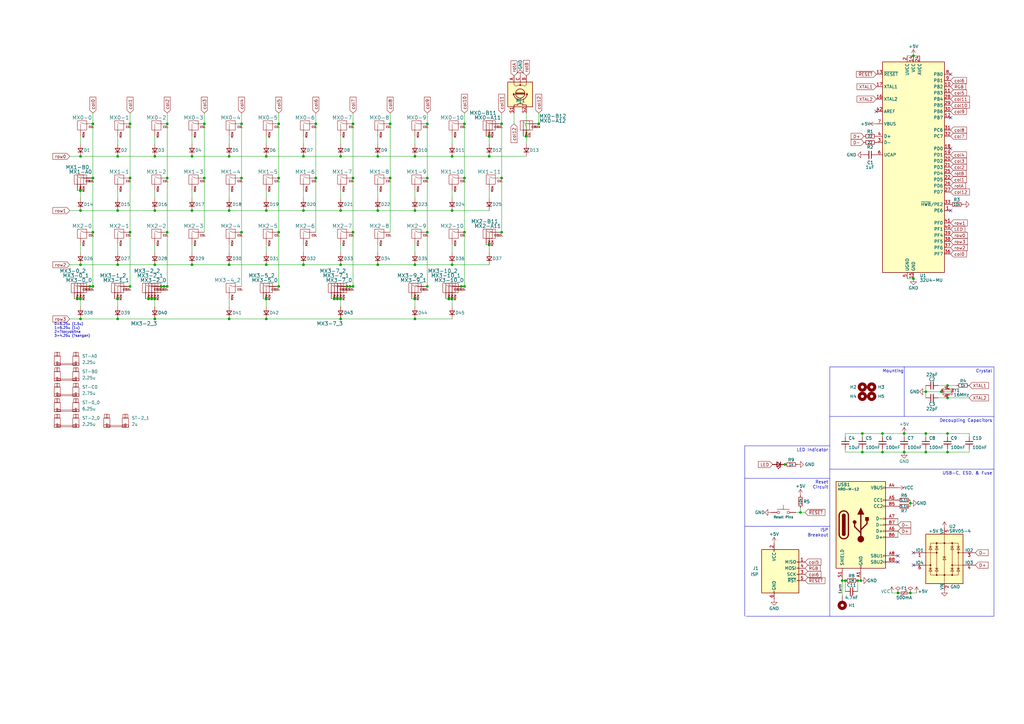
<source format=kicad_sch>
(kicad_sch (version 20211123) (generator eeschema)
  (paper "A3")
  (junction (at 33.02 64.135))
  (junction (at 345.44 238.125))
  (junction (at 144.78 117.475))
  (junction (at 93.98 64.135))
  (junction (at 38.1 117.475))
  (junction (at 63.5 86.36))
  (junction (at 109.22 86.36))
  (junction (at 53.34 95.25))
  (junction (at 99.06 50.8))
  (junction (at 138.43 122.555))
  (junction (at 63.5 122.555))
  (junction (at 379.73 160.655))
  (junction (at 160.02 73.025))
  (junction (at 200.66 55.88))
  (junction (at 93.98 130.81))
  (junction (at 48.26 64.135))
  (junction (at 53.34 117.475))
  (junction (at 144.78 50.8))
  (junction (at 175.26 95.25))
  (junction (at 48.26 86.36))
  (junction (at 83.82 73.025))
  (junction (at 48.26 130.81))
  (junction (at 154.94 108.585))
  (junction (at 63.5 64.135))
  (junction (at 185.42 64.135))
  (junction (at 48.26 108.585))
  (junction (at 190.5 117.475))
  (junction (at 170.18 86.36))
  (junction (at 78.74 64.135))
  (junction (at 220.98 50.8))
  (junction (at 139.7 130.81))
  (junction (at 374.65 22.86))
  (junction (at 38.1 95.25))
  (junction (at 374.65 114.3))
  (junction (at 114.3 95.25))
  (junction (at 60.96 122.555))
  (junction (at 114.3 117.475))
  (junction (at 124.46 64.135))
  (junction (at 48.26 122.555))
  (junction (at 38.1 50.8))
  (junction (at 170.18 64.135))
  (junction (at 78.74 108.585))
  (junction (at 353.695 185.42))
  (junction (at 185.42 86.36))
  (junction (at 190.5 50.8))
  (junction (at 190.5 95.25))
  (junction (at 142.24 117.475))
  (junction (at 185.42 108.585))
  (junction (at 373.38 243.205))
  (junction (at 124.46 86.36))
  (junction (at 144.78 73.025))
  (junction (at 137.16 122.555))
  (junction (at 109.22 64.135))
  (junction (at 388.62 158.115))
  (junction (at 170.18 108.585))
  (junction (at 66.04 117.475))
  (junction (at 67.31 117.475))
  (junction (at 93.98 86.36))
  (junction (at 62.23 122.555))
  (junction (at 33.02 122.555))
  (junction (at 184.15 122.555))
  (junction (at 63.5 130.81))
  (junction (at 53.34 73.025))
  (junction (at 205.74 95.25))
  (junction (at 361.95 185.42))
  (junction (at 175.26 73.025))
  (junction (at 321.945 190.5))
  (junction (at 124.46 108.585))
  (junction (at 388.62 177.8))
  (junction (at 99.06 95.25))
  (junction (at 368.3 243.205))
  (junction (at 99.06 73.025))
  (junction (at 185.42 122.555))
  (junction (at 388.62 185.42))
  (junction (at 68.58 95.25))
  (junction (at 388.62 163.195))
  (junction (at 38.1 73.025))
  (junction (at 129.54 50.8))
  (junction (at 109.22 130.81))
  (junction (at 215.9 55.88))
  (junction (at 328.295 210.185))
  (junction (at 83.82 50.8))
  (junction (at 373.38 206.375))
  (junction (at 78.74 86.36))
  (junction (at 109.22 108.585))
  (junction (at 36.83 117.475))
  (junction (at 139.7 86.36))
  (junction (at 189.23 117.475))
  (junction (at 53.34 50.8))
  (junction (at 154.94 64.135))
  (junction (at 31.75 122.555))
  (junction (at 139.7 108.585))
  (junction (at 68.58 50.8))
  (junction (at 353.06 238.125))
  (junction (at 170.18 130.81))
  (junction (at 33.02 78.105))
  (junction (at 144.78 95.25))
  (junction (at 351.79 238.125))
  (junction (at 175.26 50.8))
  (junction (at 139.7 122.555))
  (junction (at 93.98 108.585))
  (junction (at 33.02 130.81))
  (junction (at 114.3 50.8))
  (junction (at 370.84 177.8))
  (junction (at 200.66 64.135))
  (junction (at 160.02 50.8))
  (junction (at 114.3 73.025))
  (junction (at 379.73 185.42))
  (junction (at 346.71 238.125))
  (junction (at 205.74 73.025))
  (junction (at 154.94 86.36))
  (junction (at 190.5 73.025))
  (junction (at 68.58 117.475))
  (junction (at 361.95 177.8))
  (junction (at 175.26 117.475))
  (junction (at 200.66 100.33))
  (junction (at 139.7 64.135))
  (junction (at 205.74 50.8))
  (junction (at 379.73 177.8))
  (junction (at 353.695 177.8))
  (junction (at 370.84 185.42))
  (junction (at 68.58 73.025))
  (junction (at 33.02 86.36))
  (junction (at 63.5 108.585))
  (junction (at 129.54 73.025))
  (junction (at 386.08 160.655))
  (junction (at 109.22 122.555))
  (junction (at 143.51 117.475))
  (junction (at 170.18 122.555))
  (junction (at 33.02 108.585))
  (no_connect (at 368.3 227.965))
  (no_connect (at 374.65 226.695))
  (no_connect (at 359.41 45.72))
  (no_connect (at 374.65 231.775))
  (no_connect (at 389.89 30.48))
  (no_connect (at 389.89 48.26))
  (no_connect (at 389.89 86.36))
  (no_connect (at 389.89 60.96))
  (no_connect (at 368.3 230.505))
  (wire (pts (xy 48.26 78.105) (xy 48.26 81.28)))
  (wire (pts (xy 372.11 22.86) (xy 374.65 22.86)))
  (wire (pts (xy 124.46 100.33) (xy 124.46 103.505)))
  (wire (pts (xy 170.18 78.105) (xy 170.18 81.28)))
  (wire (pts (xy 175.26 95.25) (xy 175.26 117.475)))
  (wire (pts (xy 379.73 177.8) (xy 388.62 177.8)))
  (wire (pts (xy 66.04 117.475) (xy 67.31 117.475)))
  (wire (pts (xy 170.18 130.81) (xy 185.42 130.81)))
  (wire (pts (xy 48.26 122.555) (xy 48.26 125.73)))
  (wire (pts (xy 185.42 55.88) (xy 185.42 59.055)))
  (wire (pts (xy 170.18 108.585) (xy 185.42 108.585)))
  (wire (pts (xy 170.18 86.36) (xy 185.42 86.36)))
  (wire (pts (xy 373.38 206.375) (xy 373.38 207.645)))
  (wire (pts (xy 129.54 50.8) (xy 129.54 73.025)))
  (wire (pts (xy 388.62 158.115) (xy 392.43 158.115)))
  (wire (pts (xy 33.02 100.33) (xy 33.02 103.505)))
  (wire (pts (xy 139.7 55.88) (xy 139.7 59.055)))
  (wire (pts (xy 109.22 64.135) (xy 124.46 64.135)))
  (wire (pts (xy 59.69 122.555) (xy 60.96 122.555)))
  (wire (pts (xy 370.84 184.15) (xy 370.84 185.42)))
  (wire (pts (xy 370.84 177.8) (xy 379.73 177.8)))
  (wire (pts (xy 160.02 46.355) (xy 160.02 50.8)))
  (wire (pts (xy 93.98 55.88) (xy 93.98 59.055)))
  (wire (pts (xy 93.98 86.36) (xy 109.22 86.36)))
  (wire (pts (xy 53.34 73.025) (xy 53.34 95.25)))
  (wire (pts (xy 129.54 73.025) (xy 129.54 95.25)))
  (wire (pts (xy 83.82 50.8) (xy 83.82 73.025)))
  (wire (pts (xy 68.58 46.355) (xy 68.58 50.8)))
  (wire (pts (xy 379.73 158.115) (xy 379.73 160.655)))
  (wire (pts (xy 139.7 86.36) (xy 154.94 86.36)))
  (wire (pts (xy 33.02 130.81) (xy 48.26 130.81)))
  (polyline (pts (xy 305.435 196.215) (xy 305.435 182.88)) (stroke (width 0) (type solid)))
  (wire (pts (xy 31.75 78.105) (xy 33.02 78.105)))
  (wire (pts (xy 129.54 46.355) (xy 129.54 50.8)))
  (wire (pts (xy 64.77 117.475) (xy 66.04 117.475)))
  (wire (pts (xy 154.94 78.105) (xy 154.94 81.28)))
  (wire (pts (xy 38.1 50.8) (xy 38.1 73.025)))
  (polyline (pts (xy 407.67 252.73) (xy 340.36 252.73)) (stroke (width 0) (type solid)))
  (wire (pts (xy 28.575 64.135) (xy 33.02 64.135)))
  (wire (pts (xy 388.62 163.195) (xy 397.51 163.195)))
  (wire (pts (xy 124.46 86.36) (xy 139.7 86.36)))
  (wire (pts (xy 139.7 122.555) (xy 139.7 125.73)))
  (wire (pts (xy 33.02 78.105) (xy 33.02 81.28)))
  (wire (pts (xy 114.3 46.355) (xy 114.3 50.8)))
  (wire (pts (xy 204.47 95.25) (xy 205.74 95.25)))
  (wire (pts (xy 175.26 50.8) (xy 175.26 73.025)))
  (polyline (pts (xy 305.435 215.9) (xy 305.435 196.215)) (stroke (width 0) (type solid)))
  (wire (pts (xy 154.94 64.135) (xy 170.18 64.135)))
  (wire (pts (xy 175.26 73.025) (xy 175.26 95.25)))
  (wire (pts (xy 143.51 117.475) (xy 144.78 117.475)))
  (wire (pts (xy 361.95 177.8) (xy 370.84 177.8)))
  (wire (pts (xy 63.5 64.135) (xy 78.74 64.135)))
  (wire (pts (xy 38.1 46.355) (xy 38.1 50.8)))
  (wire (pts (xy 142.24 117.475) (xy 143.51 117.475)))
  (wire (pts (xy 38.1 73.025) (xy 38.1 95.25)))
  (wire (pts (xy 190.5 95.25) (xy 190.5 117.475)))
  (wire (pts (xy 109.22 78.105) (xy 109.22 81.28)))
  (polyline (pts (xy 305.435 252.73) (xy 305.435 215.9)) (stroke (width 0) (type solid)))
  (wire (pts (xy 78.74 64.135) (xy 93.98 64.135)))
  (wire (pts (xy 353.695 184.15) (xy 353.695 185.42)))
  (wire (pts (xy 210.82 46.355) (xy 210.82 50.8)))
  (wire (pts (xy 33.02 108.585) (xy 48.26 108.585)))
  (wire (pts (xy 93.98 64.135) (xy 109.22 64.135)))
  (wire (pts (xy 328.295 208.28) (xy 328.295 210.185)))
  (wire (pts (xy 379.73 177.8) (xy 379.73 179.07)))
  (wire (pts (xy 170.18 64.135) (xy 185.42 64.135)))
  (wire (pts (xy 93.98 78.105) (xy 93.98 81.28)))
  (wire (pts (xy 109.22 122.555) (xy 109.22 125.73)))
  (wire (pts (xy 185.42 122.555) (xy 185.42 125.73)))
  (wire (pts (xy 38.1 95.25) (xy 38.1 117.475)))
  (wire (pts (xy 114.3 50.8) (xy 114.3 73.025)))
  (wire (pts (xy 63.5 130.81) (xy 93.98 130.81)))
  (wire (pts (xy 386.08 160.655) (xy 391.16 160.655)))
  (polyline (pts (xy 370.84 150.495) (xy 370.84 170.815)) (stroke (width 0) (type solid)))
  (polyline (pts (xy 340.36 150.495) (xy 340.36 170.815)) (stroke (width 0) (type solid)))
  (wire (pts (xy 384.81 163.195) (xy 388.62 163.195)))
  (wire (pts (xy 114.3 73.025) (xy 114.3 95.25)))
  (wire (pts (xy 93.98 100.33) (xy 93.98 103.505)))
  (polyline (pts (xy 340.36 170.815) (xy 407.67 170.815)) (stroke (width 0) (type solid)))
  (wire (pts (xy 220.98 46.355) (xy 220.98 50.8)))
  (wire (pts (xy 361.95 177.8) (xy 361.95 179.07)))
  (wire (pts (xy 35.56 117.475) (xy 36.83 117.475)))
  (wire (pts (xy 199.39 55.88) (xy 200.66 55.88)))
  (wire (pts (xy 328.295 210.185) (xy 330.2 210.185)))
  (wire (pts (xy 144.78 46.355) (xy 144.78 50.8)))
  (wire (pts (xy 48.26 64.135) (xy 63.5 64.135)))
  (polyline (pts (xy 370.84 150.495) (xy 340.36 150.495)) (stroke (width 0) (type solid)))
  (wire (pts (xy 109.22 130.81) (xy 139.7 130.81)))
  (wire (pts (xy 46.99 122.555) (xy 48.26 122.555)))
  (wire (pts (xy 109.22 108.585) (xy 124.46 108.585)))
  (wire (pts (xy 67.31 117.475) (xy 68.58 117.475)))
  (wire (pts (xy 144.78 95.25) (xy 144.78 117.475)))
  (wire (pts (xy 185.42 78.105) (xy 185.42 81.28)))
  (polyline (pts (xy 340.36 170.815) (xy 340.36 192.405)) (stroke (width 0) (type solid)))
  (wire (pts (xy 365.76 243.205) (xy 368.3 243.205)))
  (wire (pts (xy 139.7 100.33) (xy 139.7 103.505)))
  (polyline (pts (xy 305.435 182.88) (xy 340.36 182.88)) (stroke (width 0) (type solid)))
  (wire (pts (xy 160.02 50.8) (xy 160.02 73.025)))
  (wire (pts (xy 353.695 185.42) (xy 361.95 185.42)))
  (wire (pts (xy 199.39 100.33) (xy 200.66 100.33)))
  (wire (pts (xy 351.79 238.125) (xy 353.06 238.125)))
  (wire (pts (xy 200.66 55.88) (xy 200.66 59.055)))
  (wire (pts (xy 36.83 73.025) (xy 38.1 73.025)))
  (wire (pts (xy 379.73 160.655) (xy 386.08 160.655)))
  (wire (pts (xy 140.97 117.475) (xy 142.24 117.475)))
  (wire (pts (xy 124.46 55.88) (xy 124.46 59.055)))
  (wire (pts (xy 190.5 73.025) (xy 190.5 95.25)))
  (wire (pts (xy 28.575 130.81) (xy 33.02 130.81)))
  (wire (pts (xy 93.98 130.81) (xy 109.22 130.81)))
  (wire (pts (xy 388.62 185.42) (xy 397.51 185.42)))
  (wire (pts (xy 388.62 184.15) (xy 388.62 185.42)))
  (wire (pts (xy 205.74 46.355) (xy 205.74 50.8)))
  (wire (pts (xy 205.74 73.025) (xy 205.74 95.25)))
  (wire (pts (xy 200.66 64.135) (xy 215.9 64.135)))
  (wire (pts (xy 139.7 64.135) (xy 154.94 64.135)))
  (wire (pts (xy 397.51 184.15) (xy 397.51 185.42)))
  (wire (pts (xy 78.74 78.105) (xy 78.74 81.28)))
  (wire (pts (xy 326.39 210.185) (xy 328.295 210.185)))
  (wire (pts (xy 388.62 177.8) (xy 388.62 179.07)))
  (wire (pts (xy 124.46 64.135) (xy 139.7 64.135)))
  (wire (pts (xy 139.7 130.81) (xy 170.18 130.81)))
  (wire (pts (xy 109.22 86.36) (xy 124.46 86.36)))
  (polyline (pts (xy 340.36 192.405) (xy 407.67 192.405)) (stroke (width 0) (type solid)))
  (wire (pts (xy 109.22 55.88) (xy 109.22 59.055)))
  (wire (pts (xy 93.98 108.585) (xy 109.22 108.585)))
  (wire (pts (xy 346.71 238.125) (xy 346.71 242.57)))
  (wire (pts (xy 200.66 100.33) (xy 200.66 103.505)))
  (wire (pts (xy 36.83 117.475) (xy 38.1 117.475)))
  (polyline (pts (xy 407.67 192.405) (xy 407.67 170.815)) (stroke (width 0) (type solid)))
  (wire (pts (xy 63.5 122.555) (xy 63.5 125.73)))
  (wire (pts (xy 368.3 212.725) (xy 368.3 215.265)))
  (wire (pts (xy 397.51 177.8) (xy 397.51 179.07)))
  (wire (pts (xy 63.5 55.88) (xy 63.5 59.055)))
  (wire (pts (xy 62.23 122.555) (xy 63.5 122.555)))
  (wire (pts (xy 124.46 108.585) (xy 139.7 108.585)))
  (polyline (pts (xy 305.435 215.9) (xy 340.36 215.9)) (stroke (width 0) (type solid)))
  (wire (pts (xy 78.74 55.88) (xy 78.74 59.055)))
  (wire (pts (xy 33.02 64.135) (xy 48.26 64.135)))
  (wire (pts (xy 351.79 238.125) (xy 351.79 242.57)))
  (wire (pts (xy 83.82 46.355) (xy 83.82 50.8)))
  (wire (pts (xy 190.5 50.8) (xy 190.5 73.025)))
  (wire (pts (xy 53.34 46.355) (xy 53.34 50.8)))
  (wire (pts (xy 346.71 184.15) (xy 346.71 185.42)))
  (wire (pts (xy 28.575 108.585) (xy 33.02 108.585)))
  (wire (pts (xy 53.34 50.8) (xy 53.34 73.025)))
  (wire (pts (xy 200.66 78.105) (xy 200.66 81.28)))
  (wire (pts (xy 63.5 78.105) (xy 63.5 81.28)))
  (wire (pts (xy 388.62 177.8) (xy 397.51 177.8)))
  (wire (pts (xy 93.98 122.555) (xy 93.98 125.73)))
  (polyline (pts (xy 340.36 192.405) (xy 340.36 252.73)) (stroke (width 0) (type solid)))
  (wire (pts (xy 345.44 238.125) (xy 346.71 238.125)))
  (wire (pts (xy 185.42 100.33) (xy 185.42 103.505)))
  (wire (pts (xy 137.16 122.555) (xy 138.43 122.555)))
  (wire (pts (xy 109.22 100.33) (xy 109.22 103.505)))
  (wire (pts (xy 78.74 86.36) (xy 93.98 86.36)))
  (wire (pts (xy 170.18 100.33) (xy 170.18 103.505)))
  (wire (pts (xy 63.5 108.585) (xy 78.74 108.585)))
  (wire (pts (xy 113.03 117.475) (xy 114.3 117.475)))
  (wire (pts (xy 99.06 50.8) (xy 99.06 73.025)))
  (wire (pts (xy 379.73 185.42) (xy 388.62 185.42)))
  (wire (pts (xy 373.38 243.205) (xy 375.92 243.205)))
  (wire (pts (xy 52.07 117.475) (xy 53.34 117.475)))
  (wire (pts (xy 53.34 95.25) (xy 53.34 117.475)))
  (wire (pts (xy 154.94 100.33) (xy 154.94 103.505)))
  (wire (pts (xy 185.42 108.585) (xy 200.66 108.585)))
  (wire (pts (xy 190.5 46.355) (xy 190.5 50.8)))
  (wire (pts (xy 215.9 55.88) (xy 215.9 59.055)))
  (wire (pts (xy 205.74 50.8) (xy 205.74 73.025)))
  (wire (pts (xy 68.58 95.25) (xy 68.58 117.475)))
  (wire (pts (xy 48.26 130.81) (xy 63.5 130.81)))
  (wire (pts (xy 28.575 86.36) (xy 33.02 86.36)))
  (wire (pts (xy 368.3 217.805) (xy 368.3 220.345)))
  (polyline (pts (xy 305.435 196.215) (xy 340.36 196.215)) (stroke (width 0) (type solid)))
  (wire (pts (xy 78.74 100.33) (xy 78.74 103.505)))
  (wire (pts (xy 175.26 46.355) (xy 175.26 50.8)))
  (wire (pts (xy 189.23 117.475) (xy 190.5 117.475)))
  (wire (pts (xy 384.81 158.115) (xy 388.62 158.115)))
  (wire (pts (xy 168.91 122.555) (xy 170.18 122.555)))
  (polyline (pts (xy 407.67 150.495) (xy 370.84 150.495)) (stroke (width 0) (type solid)))
  (wire (pts (xy 219.71 50.8) (xy 220.98 50.8)))
  (polyline (pts (xy 407.67 192.405) (xy 407.67 252.73)) (stroke (width 0) (type solid)))
  (wire (pts (xy 107.95 122.555) (xy 109.22 122.555)))
  (wire (pts (xy 99.06 95.25) (xy 99.06 117.475)))
  (wire (pts (xy 139.7 78.105) (xy 139.7 81.28)))
  (wire (pts (xy 33.02 55.88) (xy 33.02 59.055)))
  (wire (pts (xy 214.63 55.88) (xy 215.9 55.88)))
  (wire (pts (xy 138.43 122.555) (xy 139.7 122.555)))
  (wire (pts (xy 135.89 122.555) (xy 137.16 122.555)))
  (wire (pts (xy 353.695 177.8) (xy 361.95 177.8)))
  (wire (pts (xy 99.06 46.355) (xy 99.06 50.8)))
  (wire (pts (xy 215.9 46.355) (xy 215.9 55.88)))
  (wire (pts (xy 345.44 244.475) (xy 345.44 238.125)))
  (polyline (pts (xy 407.67 170.815) (xy 407.67 150.495)) (stroke (width 0) (type solid)))
  (wire (pts (xy 114.3 95.25) (xy 114.3 117.475)))
  (wire (pts (xy 160.02 73.025) (xy 160.02 95.25)))
  (wire (pts (xy 60.96 122.555) (xy 62.23 122.555)))
  (wire (pts (xy 173.99 117.475) (xy 175.26 117.475)))
  (wire (pts (xy 144.78 50.8) (xy 144.78 73.025)))
  (wire (pts (xy 185.42 86.36) (xy 200.66 86.36)))
  (wire (pts (xy 68.58 50.8) (xy 68.58 73.025)))
  (wire (pts (xy 204.47 50.8) (xy 205.74 50.8)))
  (wire (pts (xy 30.48 122.555) (xy 31.75 122.555)))
  (wire (pts (xy 144.78 73.025) (xy 144.78 95.25)))
  (wire (pts (xy 83.82 73.025) (xy 83.82 95.25)))
  (wire (pts (xy 346.71 177.8) (xy 346.71 179.07)))
  (wire (pts (xy 372.11 114.3) (xy 374.65 114.3)))
  (wire (pts (xy 379.73 184.15) (xy 379.73 185.42)))
  (wire (pts (xy 370.84 185.42) (xy 379.73 185.42)))
  (wire (pts (xy 182.88 122.555) (xy 184.15 122.555)))
  (wire (pts (xy 361.95 184.15) (xy 361.95 185.42)))
  (wire (pts (xy 346.71 185.42) (xy 353.695 185.42)))
  (wire (pts (xy 374.65 22.86) (xy 377.19 22.86)))
  (wire (pts (xy 48.26 86.36) (xy 63.5 86.36)))
  (wire (pts (xy 379.73 160.655) (xy 379.73 163.195)))
  (wire (pts (xy 31.75 122.555) (xy 33.02 122.555)))
  (wire (pts (xy 353.695 177.8) (xy 353.695 179.07)))
  (wire (pts (xy 346.71 177.8) (xy 353.695 177.8)))
  (wire (pts (xy 48.26 100.33) (xy 48.26 103.505)))
  (polyline (pts (xy 340.36 252.73) (xy 306.07 252.73)) (stroke (width 0) (type solid)))
  (wire (pts (xy 33.02 122.555) (xy 33.02 125.73)))
  (wire (pts (xy 78.74 108.585) (xy 93.98 108.585)))
  (wire (pts (xy 124.46 78.105) (xy 124.46 81.28)))
  (wire (pts (xy 187.96 117.475) (xy 189.23 117.475)))
  (wire (pts (xy 184.15 122.555) (xy 185.42 122.555)))
  (wire (pts (xy 33.02 86.36) (xy 48.26 86.36)))
  (wire (pts (xy 154.94 86.36) (xy 170.18 86.36)))
  (wire (pts (xy 48.26 55.88) (xy 48.26 59.055)))
  (wire (pts (xy 139.7 108.585) (xy 154.94 108.585)))
  (wire (pts (xy 99.06 73.025) (xy 99.06 95.25)))
  (wire (pts (xy 68.58 73.025) (xy 68.58 95.25)))
  (wire (pts (xy 170.18 122.555) (xy 170.18 125.73)))
  (wire (pts (xy 48.26 108.585) (xy 63.5 108.585)))
  (wire (pts (xy 154.94 55.88) (xy 154.94 59.055)))
  (wire (pts (xy 63.5 86.36) (xy 78.74 86.36)))
  (wire (pts (xy 373.38 205.105) (xy 373.38 206.375)))
  (wire (pts (xy 370.84 177.8) (xy 370.84 179.07)))
  (wire (pts (xy 170.18 55.88) (xy 170.18 59.055)))
  (wire (pts (xy 63.5 100.33) (xy 63.5 103.505)))
  (wire (pts (xy 154.94 108.585) (xy 170.18 108.585)))
  (wire (pts (xy 185.42 64.135) (xy 200.66 64.135)))
  (wire (pts (xy 361.95 185.42) (xy 370.84 185.42)))
  (text "Mounting" (at 361.95 153.035 0) (effects (font (size 1.27 1.27)) (justify left bottom)))
  (text "0=6.25u (1.5u)\n1=6.25u (1u)\n2=Ttocyobitna\n3=4.25u (Tsangan)\n" (at 22.225 138.43 0) (effects (font (size 1 1)) (justify left bottom)))
  (text "Crystal" (at 407.035 153.035 180) (effects (font (size 1.27 1.27)) (justify right bottom)))
  (text "Decoupling Capacitors" (at 407.035 173.355 180) (effects (font (size 1.27 1.27)) (justify right bottom)))
  (text "LED Indicator" (at 339.725 185.42 180) (effects (font (size 1.27 1.27)) (justify right bottom)))
  (text "Reset\nCircuit" (at 339.725 200.66 180) (effects (font (size 1.27 1.27)) (justify right bottom)))
  (text "USB-C, ESD, & Fuse" (at 407.035 194.945 180) (effects (font (size 1.27 1.27)) (justify right bottom)))
  (text "ISP\nBreakout" (at 339.725 220.345 180) (effects (font (size 1.27 1.27)) (justify right bottom)))
  (label "Earth" (at 345.44 239.395 270) (effects (font (size 1 1))))
  (global_label "col8" (shape input) (at 389.89 53.34 0) (property "Intersheet References" "${INTERSHEET_REFS}" (effects hide)))
  (global_label "rotB" (shape input) (at 389.89 71.12 0) (property "Intersheet References" "${INTERSHEET_REFS}" (effects hide)))
  (global_label "row2" (shape input) (at 389.89 101.6 0) (property "Intersheet References" "${INTERSHEET_REFS}" (effects hide)))
  (global_label "row0" (shape input) (at 28.575 64.135 180) (property "Intersheet References" "${INTERSHEET_REFS}" (effects hide)))
  (global_label "D-" (shape input) (at 400.05 226.695 0) (property "Intersheet References" "${INTERSHEET_REFS}" (effects hide)))
  (global_label "col7" (shape input) (at 389.89 55.88 0) (property "Intersheet References" "${INTERSHEET_REFS}" (effects hide)))
  (global_label "col5" (shape input) (at 114.3 46.355 90) (property "Intersheet References" "${INTERSHEET_REFS}" (effects hide)))
  (global_label "D+" (shape input) (at 368.3 217.805 0) (property "Intersheet References" "${INTERSHEET_REFS}" (effects hide)))
  (global_label "col12" (shape input) (at 220.98 46.355 90) (property "Intersheet References" "${INTERSHEET_REFS}" (effects hide)))
  (global_label "col2" (shape input) (at 68.58 46.355 90) (property "Intersheet References" "${INTERSHEET_REFS}" (effects hide)))
  (global_label "col3" (shape input) (at 83.82 46.355 90) (property "Intersheet References" "${INTERSHEET_REFS}" (effects hide)))
  (global_label "row0" (shape input) (at 389.89 96.52 0) (property "Intersheet References" "${INTERSHEET_REFS}" (effects hide)))
  (global_label "~{RESET}" (shape input) (at 330.2 238.125 0) (property "Intersheet References" "${INTERSHEET_REFS}" (effects hide)))
  (global_label "col4" (shape input) (at 389.89 63.5 0) (property "Intersheet References" "${INTERSHEET_REFS}" (effects hide)))
  (global_label "col4" (shape input) (at 99.06 46.355 90) (property "Intersheet References" "${INTERSHEET_REFS}" (effects hide)))
  (global_label "col6" (shape input) (at 129.54 46.355 90) (property "Intersheet References" "${INTERSHEET_REFS}" (effects hide)))
  (global_label "col1" (shape input) (at 389.89 73.66 0) (property "Intersheet References" "${INTERSHEET_REFS}" (effects hide)))
  (global_label "D+" (shape input) (at 354.33 55.88 180) (property "Intersheet References" "${INTERSHEET_REFS}" (effects hide)))
  (global_label "col9" (shape input) (at 389.89 45.72 0) (property "Intersheet References" "${INTERSHEET_REFS}" (effects hide)))
  (global_label "col5" (shape input) (at 389.89 38.1 0) (property "Intersheet References" "${INTERSHEET_REFS}" (effects hide)))
  (global_label "RGB" (shape input) (at 389.89 35.56 0) (property "Intersheet References" "${INTERSHEET_REFS}" (effects hide)))
  (global_label "col3" (shape input) (at 389.89 66.04 0) (property "Intersheet References" "${INTERSHEET_REFS}" (effects hide)))
  (global_label "row1" (shape input) (at 389.89 91.44 0) (property "Intersheet References" "${INTERSHEET_REFS}" (effects hide)))
  (global_label "rotA" (shape input) (at 210.82 31.115 90) (property "Intersheet References" "${INTERSHEET_REFS}" (effects hide)))
  (global_label "col6" (shape input) (at 330.2 235.585 0) (property "Intersheet References" "${INTERSHEET_REFS}" (effects hide)))
  (global_label "rotB" (shape input) (at 215.9 31.115 90) (property "Intersheet References" "${INTERSHEET_REFS}" (effects hide)))
  (global_label "LED" (shape input) (at 316.865 190.5 180) (property "Intersheet References" "${INTERSHEET_REFS}" (effects hide)))
  (global_label "row3" (shape input) (at 389.89 99.06 0) (property "Intersheet References" "${INTERSHEET_REFS}" (effects hide)))
  (global_label "col10" (shape input) (at 190.5 46.355 90) (property "Intersheet References" "${INTERSHEET_REFS}" (effects hide)))
  (global_label "col0" (shape input) (at 38.1 46.355 90) (property "Intersheet References" "${INTERSHEET_REFS}" (effects hide)))
  (global_label "col11" (shape input) (at 205.74 46.355 90) (property "Intersheet References" "${INTERSHEET_REFS}" (effects hide)))
  (global_label "row1" (shape input) (at 28.575 86.36 180) (property "Intersheet References" "${INTERSHEET_REFS}" (effects hide)))
  (global_label "col1" (shape input) (at 53.34 46.355 90) (property "Intersheet References" "${INTERSHEET_REFS}" (effects hide)))
  (global_label "D-" (shape input) (at 354.33 58.42 180) (property "Intersheet References" "${INTERSHEET_REFS}" (effects hide)))
  (global_label "row2" (shape input) (at 28.575 108.585 180) (property "Intersheet References" "${INTERSHEET_REFS}" (effects hide)))
  (global_label "XTAL2" (shape input) (at 397.51 163.195 0) (property "Intersheet References" "${INTERSHEET_REFS}" (effects hide)))
  (global_label "XTAL1" (shape input) (at 359.41 35.56 180) (property "Intersheet References" "${INTERSHEET_REFS}" (effects hide)))
  (global_label "col12" (shape input) (at 210.82 50.8 270) (property "Intersheet References" "${INTERSHEET_REFS}" (effects hide)))
  (global_label "~{RESET}" (shape input) (at 330.2 210.185 0) (property "Intersheet References" "${INTERSHEET_REFS}" (effects hide)))
  (global_label "col2" (shape input) (at 389.89 68.58 0) (property "Intersheet References" "${INTERSHEET_REFS}" (effects hide)))
  (global_label "col6" (shape input) (at 389.89 33.02 0) (property "Intersheet References" "${INTERSHEET_REFS}" (effects hide)))
  (global_label "col10" (shape input) (at 389.89 43.18 0) (property "Intersheet References" "${INTERSHEET_REFS}" (effects hide)))
  (global_label "~{RESET}" (shape input) (at 359.41 30.48 180) (property "Intersheet References" "${INTERSHEET_REFS}" (effects hide)))
  (global_label "col0" (shape input) (at 389.89 104.14 0) (property "Intersheet References" "${INTERSHEET_REFS}" (effects hide)))
  (global_label "col8" (shape input) (at 160.02 46.355 90) (property "Intersheet References" "${INTERSHEET_REFS}" (effects hide)))
  (global_label "rotA" (shape input) (at 389.89 76.2 0) (property "Intersheet References" "${INTERSHEET_REFS}" (effects hide)))
  (global_label "col12" (shape input) (at 389.89 78.74 0) (property "Intersheet References" "${INTERSHEET_REFS}" (effects hide)))
  (global_label "col7" (shape input) (at 144.78 46.355 90) (property "Intersheet References" "${INTERSHEET_REFS}" (effects hide)))
  (global_label "XTAL2" (shape input) (at 359.41 40.64 180) (property "Intersheet References" "${INTERSHEET_REFS}" (effects hide)))
  (global_label "XTAL1" (shape input) (at 397.51 158.115 0) (property "Intersheet References" "${INTERSHEET_REFS}" (effects hide)))
  (global_label "D+" (shape input) (at 400.05 231.775 0) (property "Intersheet References" "${INTERSHEET_REFS}" (effects hide)))
  (global_label "D-" (shape input) (at 368.3 215.265 0) (property "Intersheet References" "${INTERSHEET_REFS}" (effects hide)))
  (global_label "col11" (shape input) (at 389.89 40.64 0) (property "Intersheet References" "${INTERSHEET_REFS}" (effects hide)))
  (global_label "col9" (shape input) (at 175.26 46.355 90) (property "Intersheet References" "${INTERSHEET_REFS}" (effects hide)))
  (global_label "RGB" (shape input) (at 330.2 233.045 0) (property "Intersheet References" "${INTERSHEET_REFS}" (effects hide)))
  (global_label "col5" (shape input) (at 330.2 230.505 0) (property "Intersheet References" "${INTERSHEET_REFS}" (effects hide)))
  (global_label "LED" (shape input) (at 389.89 93.98 0) (property "Intersheet References" "${INTERSHEET_REFS}" (effects hide)))
  (global_label "row3" (shape input) (at 28.575 130.81 180) (property "Intersheet References" "${INTERSHEET_REFS}" (effects hide)))
  (symbol (lib_id "Device:D_Small") (at 170.18 106.045 90) (unit 1)
    (property "Reference" "D35" (at 171.45 106.045 90) (effects (justify right)))
    (property "Value" "D_Small" (effects hide))
    (property "Footprint" "Diode_SMD:D_SOD-123" (effects hide))
  )
  (symbol (lib_id "marbastlib-mx:MX_stab") (at 27.305 166.37 0) (unit 1)
    (property "Reference" "ST-0_0" (at 33.655 165.1 0) (effects (justify left)))
    (property "Value" "6.25u" (at 33.655 167.64 0) (effects (justify left)))
    (property "Footprint" "marbastlib-mx:STAB_MX_6.25u" (effects hide))
  )
  (symbol (lib_id "Device:D_Small") (at 78.74 61.595 90) (unit 1)
    (property "Reference" "D4" (at 80.01 61.595 90) (effects (justify right)))
    (property "Value" "D_Small" (effects hide))
    (property "Footprint" "Diode_SMD:D_SOD-123" (effects hide))
  )
  (symbol (lib_id "MX_Alps_Hybrid:MX-NoLED") (at 170.18 118.745 0) (unit 1) (in_bom no)
    (property "Reference" "MX3-9_2" (at 168.275 113.03 0) (effects (font (size 1.524 1.524))))
    (property "Value" "MX-NoLED" (effects hide))
    (property "Footprint" "marbastlib-mx:SW_MX_1.5u" (effects hide))
  )
  (symbol (lib_id "Device:D_Small") (at 185.42 61.595 90) (unit 1)
    (property "Reference" "D11" (at 186.69 61.595 90) (effects (justify right)))
    (property "Value" "D_Small" (effects hide))
    (property "Footprint" "Diode_SMD:D_SOD-123" (effects hide))
  )
  (symbol (lib_id "MX_Alps_Hybrid:MX-NoLED") (at 80.01 74.295 0) (unit 1) (in_bom no)
    (property "Reference" "MX1-3" (at 79.375 70.485 0) (effects (font (size 1.524 1.524))))
    (property "Value" "MX-NoLED" (effects hide))
    (property "Footprint" "marbastlib-mx:SW_MX_1u" (effects hide))
  )
  (symbol (lib_id "marbastlib-mx:MX_stab") (at 27.305 160.02 0) (unit 1)
    (property "Reference" "ST-C0" (at 33.655 158.75 0) (effects (justify left)))
    (property "Value" "2.75u" (at 33.655 161.29 0) (effects (justify left)))
    (property "Footprint" "marbastlib-mx:STAB_MX_2.75u" (effects hide))
  )
  (symbol (lib_id "power:+5V") (at 370.84 177.8 0) (unit 1)
    (property "Reference" "#PWR011" (effects hide))
    (property "Value" "+5V" (at 370.84 173.99 0))
  )
  (symbol (lib_id "Device:D_Small") (at 33.02 128.27 90) (unit 1)
    (property "Reference" "D38" (at 34.29 128.27 90) (effects (justify right)))
    (property "Value" "D_Small" (effects hide))
    (property "Footprint" "Diode_SMD:D_SOD-123" (effects hide))
  )
  (symbol (lib_id "power:GND") (at 354.33 63.5 270) (unit 1)
    (property "Reference" "#PWR0101" (effects hide))
    (property "Value" "GND" (at 349.25 63.5 90))
  )
  (symbol (lib_id "Device:C_Small") (at 346.71 181.61 0) (unit 1)
    (property "Reference" "C4" (at 347.98 179.705 0) (effects (justify left)))
    (property "Value" "10uF" (at 347.98 183.515 0) (effects (justify left)))
    (property "Footprint" "Capacitor_SMD:C_0402_1005Metric" (effects hide))
  )
  (symbol (lib_id "MX_Alps_Hybrid:MX-NoLED") (at 95.25 52.07 0) (unit 1) (in_bom no)
    (property "Reference" "MX0-4" (at 94.615 48.26 0) (effects (font (size 1.524 1.524))))
    (property "Value" "MX-NoLED" (effects hide))
    (property "Footprint" "marbastlib-mx:SW_MX_1u" (effects hide))
  )
  (symbol (lib_id "Switch:SW_Push") (at 321.31 210.185 0) (unit 1) (on_board no)
    (property "Reference" "Reset1" (effects hide))
    (property "Value" "Reset Pins" (at 321.31 212.09 0) (effects (font (size 1 1))))
    (property "Footprint" "Button_Switch_SMD:SW_SPST_SKQG_WithStem" (effects hide))
  )
  (symbol (lib_id "MX_Alps_Hybrid:MX-NoLED") (at 138.43 118.745 0) (unit 1) (in_bom no)
    (property "Reference" "MX3-7_2" (at 136.525 111.125 0) (effects (font (size 1.524 1.524))))
    (property "Value" "MX-NoLED" (effects hide))
    (property "Footprint" "marbastlib-mx:SW_MX_1.25u" (effects hide))
  )
  (symbol (lib_id "Device:C_Small") (at 397.51 181.61 0) (unit 1)
    (property "Reference" "C10" (at 398.78 179.705 0) (effects (justify left)))
    (property "Value" "100nF" (at 398.78 183.515 0) (effects (justify left)))
    (property "Footprint" "Capacitor_SMD:C_0402_1005Metric" (effects hide))
  )
  (symbol (lib_id "Device:D_Small") (at 33.02 61.595 90) (unit 1)
    (property "Reference" "D1" (at 34.29 61.595 90) (effects (justify right)))
    (property "Value" "D_Small" (effects hide))
    (property "Footprint" "Diode_SMD:D_SOD-123" (effects hide))
  )
  (symbol (lib_id "MX_Alps_Hybrid:MX-NoLED") (at 80.01 52.07 0) (unit 1) (in_bom no)
    (property "Reference" "MX0-3" (at 79.375 48.26 0) (effects (font (size 1.524 1.524))))
    (property "Value" "MX-NoLED" (effects hide))
    (property "Footprint" "marbastlib-mx:SW_MX_1u" (effects hide))
  )
  (symbol (lib_id "Mechanical:MountingHole") (at 357.505 162.56 0) (unit 1) (in_bom no)
    (property "Reference" "H5" (at 360.045 162.56 0) (effects (justify left)))
    (property "Value" "Tray Mount" (effects hide))
    (property "Footprint" "MountingHole:MountingHole_2.2mm_M2" (effects hide))
  )
  (symbol (lib_id "marbastlib-mx:MX_stab") (at 27.305 147.32 0) (unit 1)
    (property "Reference" "ST-A0" (at 33.655 146.05 0) (effects (justify left)))
    (property "Value" "2.25u" (at 33.655 148.59 0) (effects (justify left)))
    (property "Footprint" "marbastlib-mx:STAB_MX_2.25u" (effects hide))
  )
  (symbol (lib_id "Device:C_Small") (at 356.87 63.5 270) (unit 1)
    (property "Reference" "C1" (at 355.6 66.675 90) (effects (justify left)))
    (property "Value" "1uF" (at 354.965 68.58 90) (effects (justify left)))
    (property "Footprint" "Capacitor_SMD:C_0402_1005Metric" (effects hide))
  )
  (symbol (lib_id "MX_Alps_Hybrid:MX-NoLED") (at 64.77 118.745 0) (unit 1) (in_bom no)
    (property "Reference" "MX3-2_0" (at 62.865 114.935 0) (effects (font (size 1.524 1.524))))
    (property "Value" "MX-NoLED" (effects hide))
    (property "Footprint" "marbastlib-mx:SW_MX_1.5u" (effects hide))
  )
  (symbol (lib_id "Device:D_Small") (at 200.66 106.045 90) (unit 1)
    (property "Reference" "D37" (at 201.93 106.045 90) (effects (justify right)))
    (property "Value" "D_Small" (effects hide))
    (property "Footprint" "Diode_SMD:D_SOD-123" (effects hide))
  )
  (symbol (lib_id "MX_Alps_Hybrid:MX-NoLED") (at 34.29 74.295 0) (unit 1) (in_bom no)
    (property "Reference" "MX1-A0" (at 33.02 70.485 0) (effects (font (size 1.524 1.524))))
    (property "Value" "MX-NoLED" (effects hide))
    (property "Footprint" "marbastlib-mx:SW_MX_1.75u" (effects hide))
  )
  (symbol (lib_id "MX_Alps_Hybrid:MX-NoLED") (at 201.93 52.07 0) (unit 1) (in_bom no)
    (property "Reference" "MX0-A11" (at 200.025 48.26 0) (effects (font (size 1.524 1.524))))
    (property "Value" "MX-NoLED" (effects hide))
    (property "Footprint" "marbastlib-mx:SW_MX_1.5u" (effects hide))
  )
  (symbol (lib_id "Device:D_Small") (at 170.18 128.27 90) (unit 1)
    (property "Reference" "D44" (at 171.45 128.27 90) (effects (justify right)))
    (property "Value" "D_Small" (effects hide))
    (property "Footprint" "Diode_SMD:D_SOD-123" (effects hide))
  )
  (symbol (lib_id "MX_Alps_Hybrid:MX-NoLED") (at 171.45 74.295 0) (unit 1) (in_bom no)
    (property "Reference" "MX1-9" (at 170.815 70.485 0) (effects (font (size 1.524 1.524))))
    (property "Value" "MX-NoLED" (effects hide))
    (property "Footprint" "marbastlib-mx:SW_MX_1u" (effects hide))
  )
  (symbol (lib_id "Device:D_Small") (at 154.94 83.82 90) (unit 1)
    (property "Reference" "D22" (at 156.21 83.82 90) (effects (justify right)))
    (property "Value" "D_Small" (effects hide))
    (property "Footprint" "Diode_SMD:D_SOD-123" (effects hide))
  )
  (symbol (lib_id "power:+5V") (at 387.35 216.535 0) (unit 1)
    (property "Reference" "#PWR015" (effects hide))
    (property "Value" "+5V" (at 382.905 217.805 0))
  )
  (symbol (lib_id "Mechanical:MountingHole") (at 353.695 162.56 0) (unit 1) (in_bom no)
    (property "Reference" "H4" (at 348.615 162.56 0) (effects (justify left)))
    (property "Value" "Tray Mount" (effects hide))
    (property "Footprint" "MountingHole:MountingHole_2.2mm_M2" (effects hide))
  )
  (symbol (lib_id "MX_Alps_Hybrid:MX-NoLED") (at 186.69 52.07 0) (unit 1) (in_bom no)
    (property "Reference" "MX0-10" (at 185.42 48.26 0) (effects (font (size 1.524 1.524))))
    (property "Value" "MX-NoLED" (effects hide))
    (property "Footprint" "marbastlib-mx:SW_MX_1u" (effects hide))
  )
  (symbol (lib_id "marbastlib-mx:MX_stab") (at 27.305 153.67 0) (unit 1)
    (property "Reference" "ST-B0" (at 33.655 152.4 0) (effects (justify left)))
    (property "Value" "2.25u" (at 33.655 154.94 0) (effects (justify left)))
    (property "Footprint" "marbastlib-mx:STAB_MX_2.25u" (effects hide))
  )
  (symbol (lib_id "Device:D_Small") (at 93.98 106.045 90) (unit 1)
    (property "Reference" "D30" (at 95.25 106.045 90) (effects (justify right)))
    (property "Value" "D_Small" (effects hide))
    (property "Footprint" "Diode_SMD:D_SOD-123" (effects hide))
  )
  (symbol (lib_id "Device:D_Small") (at 124.46 106.045 90) (unit 1)
    (property "Reference" "D32" (at 125.73 106.045 90) (effects (justify right)))
    (property "Value" "D_Small" (effects hide))
    (property "Footprint" "Diode_SMD:D_SOD-123" (effects hide))
  )
  (symbol (lib_id "Device:D_Small") (at 93.98 61.595 90) (unit 1)
    (property "Reference" "D5" (at 95.25 61.595 90) (effects (justify right)))
    (property "Value" "D_Small" (effects hide))
    (property "Footprint" "Diode_SMD:D_SOD-123" (effects hide))
  )
  (symbol (lib_id "power:GND") (at 379.73 160.655 270) (unit 1)
    (property "Reference" "#PWR06" (effects hide))
    (property "Value" "GND" (at 377.19 160.655 90) (effects (justify right)))
  )
  (symbol (lib_id "Device:D_Small") (at 93.98 83.82 90) (unit 1)
    (property "Reference" "D18" (at 95.25 83.82 90) (effects (justify right)))
    (property "Value" "D_Small" (effects hide))
    (property "Footprint" "Diode_SMD:D_SOD-123" (effects hide))
  )
  (symbol (lib_id "MX_Alps_Hybrid:MX-NoLED") (at 34.29 52.07 0) (unit 1) (in_bom no)
    (property "Reference" "MX0-0" (at 33.655 48.26 0) (effects (font (size 1.524 1.524))))
    (property "Value" "MX-NoLED" (effects hide))
    (property "Footprint" "marbastlib-mx:SW_MX_1.5u" (effects hide))
  )
  (symbol (lib_id "MX_Alps_Hybrid:MX-NoLED") (at 110.49 74.295 0) (unit 1) (in_bom no)
    (property "Reference" "MX1-5" (at 109.855 70.485 0) (effects (font (size 1.524 1.524))))
    (property "Value" "MX-NoLED" (effects hide))
    (property "Footprint" "marbastlib-mx:SW_MX_1u" (effects hide))
  )
  (symbol (lib_id "MX_Alps_Hybrid:MX-NoLED") (at 110.49 118.745 0) (unit 1) (in_bom no)
    (property "Reference" "MX3-5_0" (at 108.585 114.935 0) (effects (font (size 1.524 1.524))))
    (property "Value" "MX-NoLED" (effects hide))
    (property "Footprint" "marbastlib-mx:SW_MX_1u" (effects hide))
  )
  (symbol (lib_id "MX_Alps_Hybrid:MX-NoLED") (at 33.02 118.745 0) (unit 1) (in_bom no)
    (property "Reference" "MX3-0_1" (at 31.115 113.03 0) (effects (font (size 1.524 1.524))))
    (property "Value" "MX-NoLED" (effects hide))
    (property "Footprint" "marbastlib-mx:SW_MX_1u" (effects hide))
  )
  (symbol (lib_id "MX_Alps_Hybrid:MX-NoLED") (at 140.97 74.295 0) (unit 1) (in_bom no)
    (property "Reference" "MX1-7" (at 140.335 70.485 0) (effects (font (size 1.524 1.524))))
    (property "Value" "MX-NoLED" (effects hide))
    (property "Footprint" "marbastlib-mx:SW_MX_1u" (effects hide))
  )
  (symbol (lib_id "Device:C_Small") (at 388.62 181.61 0) (unit 1)
    (property "Reference" "C9" (at 389.89 179.705 0) (effects (justify left)))
    (property "Value" "100nF" (at 389.89 183.515 0) (effects (justify left)))
    (property "Footprint" "Capacitor_SMD:C_0402_1005Metric" (effects hide))
  )
  (symbol (lib_id "power:VCC") (at 365.76 243.205 0) (unit 1)
    (property "Reference" "#PWR018" (effects hide))
    (property "Value" "VCC" (at 363.22 242.57 0))
  )
  (symbol (lib_id "Device:D_Small") (at 109.22 106.045 90) (unit 1)
    (property "Reference" "D31" (at 110.49 106.045 90) (effects (justify right)))
    (property "Value" "D_Small" (effects hide))
    (property "Footprint" "Diode_SMD:D_SOD-123" (effects hide))
  )
  (symbol (lib_id "MX_Alps_Hybrid:MX-NoLED") (at 48.26 118.745 0) (unit 1) (in_bom no)
    (property "Reference" "MX3-1_2" (at 46.355 113.03 0) (effects (font (size 1.524 1.524))))
    (property "Value" "MX-NoLED" (effects hide))
    (property "Footprint" "marbastlib-mx:SW_MX_1.5u" (effects hide))
  )
  (symbol (lib_id "MX_Alps_Hybrid:MX-NoLED") (at 64.77 74.295 0) (unit 1) (in_bom no)
    (property "Reference" "MX1-2" (at 64.135 70.485 0) (effects (font (size 1.524 1.524))))
    (property "Value" "MX-NoLED" (effects hide))
    (property "Footprint" "marbastlib-mx:SW_MX_1u" (effects hide))
  )
  (symbol (lib_id "Device:D_Small") (at 63.5 83.82 90) (unit 1)
    (property "Reference" "D16" (at 64.77 83.82 90) (effects (justify right)))
    (property "Value" "D_Small" (effects hide))
    (property "Footprint" "Diode_SMD:D_SOD-123" (effects hide))
  )
  (symbol (lib_id "Device:D_Small") (at 78.74 106.045 90) (unit 1)
    (property "Reference" "D29" (at 80.01 106.045 90) (effects (justify right)))
    (property "Value" "D_Small" (effects hide))
    (property "Footprint" "Diode_SMD:D_SOD-123" (effects hide))
  )
  (symbol (lib_id "MX_Alps_Hybrid:MX-NoLED") (at 156.21 96.52 0) (unit 1) (in_bom no)
    (property "Reference" "MX2-8" (at 155.575 92.71 0) (effects (font (size 1.524 1.524))))
    (property "Value" "MX-NoLED" (effects hide))
    (property "Footprint" "marbastlib-mx:SW_MX_1u" (effects hide))
  )
  (symbol (lib_id "Device:D_Small") (at 139.7 128.27 90) (unit 1)
    (property "Reference" "D43" (at 140.97 128.27 90) (effects (justify right)))
    (property "Value" "D_Small" (effects hide))
    (property "Footprint" "Diode_SMD:D_SOD-123" (effects hide))
  )
  (symbol (lib_id "MX_Alps_Hybrid:MX-NoLED") (at 137.16 118.745 0) (unit 1) (in_bom no)
    (property "Reference" "MX3-7_3" (at 135.255 132.715 0) (effects (font (size 1.524 1.524))))
    (property "Value" "MX-NoLED" (effects hide))
    (property "Footprint" "marbastlib-mx:SW_MX_1.5u" (effects hide))
  )
  (symbol (lib_id "MX_Alps_Hybrid:MX-NoLED") (at 140.97 52.07 0) (unit 1) (in_bom no)
    (property "Reference" "MX0-7" (at 140.335 48.26 0) (effects (font (size 1.524 1.524))))
    (property "Value" "MX-NoLED" (effects hide))
    (property "Footprint" "marbastlib-mx:SW_MX_1u" (effects hide))
  )
  (symbol (lib_id "MX_Alps_Hybrid:MX-NoLED") (at 109.22 118.745 0) (unit 1) (in_bom no)
    (property "Reference" "MX3-5_2" (at 107.315 113.03 0) (effects (font (size 1.524 1.524))))
    (property "Value" "MX-NoLED" (effects hide))
    (property "Footprint" "marbastlib-mx:SW_MX_1u" (effects hide))
  )
  (symbol (lib_id "MCU_Microchip_ATmega:ATmega32U4-M") (at 374.65 68.58 0) (unit 1)
    (property "Reference" "U1" (at 377.19 113.03 0) (effects (justify left)))
    (property "Value" "32U4-MU" (at 377.19 114.935 0) (effects (justify left)))
    (property "Footprint" "Package_DFN_QFN:QFN-44-1EP_7x7mm_P0.5mm_EP5.2x5.2mm" (effects hide))
    (property "Datasheet" "http://ww1.microchip.com/downloads/en/DeviceDoc/Atmel-7766-8-bit-AVR-ATmega16U4-32U4_Datasheet.pdf" (effects hide))
  )
  (symbol (lib_id "Device:D_Small") (at 109.22 61.595 90) (unit 1)
    (property "Reference" "D6" (at 110.49 61.595 90) (effects (justify right)))
    (property "Value" "D_Small" (effects hide))
    (property "Footprint" "Diode_SMD:D_SOD-123" (effects hide))
  )
  (symbol (lib_id "Device:C_Small") (at 361.95 181.61 0) (unit 1)
    (property "Reference" "C6" (at 363.22 179.705 0) (effects (justify left)))
    (property "Value" "100nF" (at 363.22 183.515 0) (effects (justify left)))
    (property "Footprint" "Capacitor_SMD:C_0402_1005Metric" (effects hide))
  )
  (symbol (lib_id "MX_Alps_Hybrid:MX-NoLED") (at 95.25 118.745 0) (unit 1) (in_bom no)
    (property "Reference" "MX3-4_2" (at 93.345 114.935 0) (effects (font (size 1.524 1.524))))
    (property "Value" "MX-NoLED" (effects hide))
    (property "Footprint" "marbastlib-mx:SW_MX_1u" (effects hide))
  )
  (symbol (lib_id "MX_Alps_Hybrid:MX-NoLED") (at 139.7 118.745 0) (unit 1) (in_bom no)
    (property "Reference" "MX3-7_1" (at 137.795 113.03 0) (effects (font (size 1.524 1.524))))
    (property "Value" "MX-NoLED" (effects hide))
    (property "Footprint" "marbastlib-mx:SW_MX_1u" (effects hide))
  )
  (symbol (lib_id "Device:R_Small") (at 392.43 83.82 90) (unit 1)
    (property "Reference" "R3" (at 392.43 81.915 90))
    (property "Value" "10k" (at 392.43 83.82 90) (effects (font (size 1 1))))
    (property "Footprint" "Resistor_SMD:R_0402_1005Metric" (effects hide))
  )
  (symbol (lib_id "MX_Alps_Hybrid:MX-NoLED") (at 64.77 52.07 0) (unit 1) (in_bom no)
    (property "Reference" "MX0-2" (at 64.135 48.26 0) (effects (font (size 1.524 1.524))))
    (property "Value" "MX-NoLED" (effects hide))
    (property "Footprint" "marbastlib-mx:SW_MX_1u" (effects hide))
  )
  (symbol (lib_id "MX_Alps_Hybrid:MX-NoLED") (at 185.42 118.745 0) (unit 1) (in_bom no)
    (property "Reference" "MX3-10_1" (at 182.88 113.03 0) (effects (font (size 1.524 1.524))))
    (property "Value" "MX-NoLED" (effects hide))
    (property "Footprint" "marbastlib-mx:SW_MX_1u" (effects hide))
  )
  (symbol (lib_id "MX_Alps_Hybrid:MX-NoLED") (at 64.77 96.52 0) (unit 1) (in_bom no)
    (property "Reference" "MX2-2" (at 64.135 92.71 0) (effects (font (size 1.524 1.524))))
    (property "Value" "MX-NoLED" (effects hide))
    (property "Footprint" "marbastlib-mx:SW_MX_1u" (effects hide))
  )
  (symbol (lib_id "MX_Alps_Hybrid:MX-NoLED") (at 140.97 96.52 0) (unit 1) (in_bom no)
    (property "Reference" "MX2-7" (at 140.335 92.71 0) (effects (font (size 1.524 1.524))))
    (property "Value" "MX-NoLED" (effects hide))
    (property "Footprint" "marbastlib-mx:SW_MX_1u" (effects hide))
  )
  (symbol (lib_id "Device:R_Small") (at 349.25 238.125 90) (unit 1)
    (property "Reference" "R8" (at 349.25 236.22 90))
    (property "Value" "1M" (at 349.25 238.125 90) (effects (font (size 1 1))))
    (property "Footprint" "Resistor_SMD:R_0402_1005Metric" (effects hide))
  )
  (symbol (lib_id "MX_Alps_Hybrid:MX-NoLED") (at 171.45 96.52 0) (unit 1) (in_bom no)
    (property "Reference" "MX2-9" (at 170.815 92.71 0) (effects (font (size 1.524 1.524))))
    (property "Value" "MX-NoLED" (effects hide))
    (property "Footprint" "marbastlib-mx:SW_MX_1u" (effects hide))
  )
  (symbol (lib_id "MX_Alps_Hybrid:MX-NoLED") (at 140.97 118.745 0) (unit 1) (in_bom no)
    (property "Reference" "MX3-7_0" (at 139.065 114.935 0) (effects (font (size 1.524 1.524))))
    (property "Value" "MX-NoLED" (effects hide))
    (property "Footprint" "marbastlib-mx:SW_MX_1.5u" (effects hide))
  )
  (symbol (lib_id "Mechanical:MountingHole") (at 357.505 158.75 0) (unit 1) (in_bom no)
    (property "Reference" "H3" (at 360.045 158.75 0) (effects (justify left)))
    (property "Value" "Tray Mount" (effects hide))
    (property "Footprint" "MountingHole:MountingHole_2.2mm_M2" (effects hide))
  )
  (symbol (lib_id "power:GND") (at 317.5 245.745 0) (unit 1)
    (property "Reference" "#PWR010" (effects hide))
    (property "Value" "GND" (at 317.5 249.555 0))
  )
  (symbol (lib_id "Device:R_Small") (at 328.295 205.74 180) (unit 1)
    (property "Reference" "R5" (at 330.835 205.74 0))
    (property "Value" "10k" (at 328.295 205.74 90) (effects (font (size 1 1))))
    (property "Footprint" "Resistor_SMD:R_0402_1005Metric" (effects hide))
  )
  (symbol (lib_id "power:GND") (at 316.23 210.185 270) (unit 1)
    (property "Reference" "#PWR08" (effects hide))
    (property "Value" "GND" (at 313.69 210.185 90) (effects (justify right)))
  )
  (symbol (lib_id "Device:D_Small") (at 139.7 61.595 90) (unit 1)
    (property "Reference" "D8" (at 140.97 61.595 90) (effects (justify right)))
    (property "Value" "D_Small" (effects hide))
    (property "Footprint" "Diode_SMD:D_SOD-123" (effects hide))
  )
  (symbol (lib_id "Device:D_Small") (at 154.94 61.595 90) (unit 1)
    (property "Reference" "D9" (at 156.21 61.595 90) (effects (justify right)))
    (property "Value" "D_Small" (effects hide))
    (property "Footprint" "Diode_SMD:D_SOD-123" (effects hide))
  )
  (symbol (lib_id "MX_Alps_Hybrid:MX-NoLED") (at 49.53 118.745 0) (unit 1) (in_bom no)
    (property "Reference" "MX3-1_1" (at 47.625 114.935 0) (effects (font (size 1.524 1.524))))
    (property "Value" "MX-NoLED" (effects hide))
    (property "Footprint" "marbastlib-mx:SW_MX_1u" (effects hide))
  )
  (symbol (lib_id "MX_Alps_Hybrid:MX-NoLED") (at 171.45 118.745 0) (unit 1) (in_bom no)
    (property "Reference" "MX3-9_1" (at 169.545 114.935 0) (effects (font (size 1.524 1.524))))
    (property "Value" "MX-NoLED" (effects hide))
    (property "Footprint" "marbastlib-mx:SW_MX_1u" (effects hide))
  )
  (symbol (lib_id "power:GND") (at 373.38 206.375 90) (unit 1)
    (property "Reference" "#PWR014" (effects hide))
    (property "Value" "GND" (at 375.92 206.375 90) (effects (justify right)))
  )
  (symbol (lib_id "MX_Alps_Hybrid:MX-NoLED") (at 62.23 118.745 0) (unit 1) (in_bom no)
    (property "Reference" "MX3-2_2" (at 60.325 111.125 0) (effects (font (size 1.524 1.524))))
    (property "Value" "MX-NoLED" (effects hide))
    (property "Footprint" "marbastlib-mx:SW_MX_1.25u" (effects hide))
  )
  (symbol (lib_id "MX_Alps_Hybrid:MX-NoLED") (at 184.15 118.745 0) (unit 1) (in_bom no)
    (property "Reference" "MX3-10_2" (at 181.61 111.125 0) (effects (font (size 1.524 1.524))))
    (property "Value" "MX-NoLED" (effects hide))
    (property "Footprint" "marbastlib-mx:SW_MX_1.25u" (effects hide))
  )
  (symbol (lib_id "Device:D_Small") (at 124.46 83.82 90) (unit 1)
    (property "Reference" "D20" (at 125.73 83.82 90) (effects (justify right)))
    (property "Value" "D_Small" (effects hide))
    (property "Footprint" "Diode_SMD:D_SOD-123" (effects hide))
  )
  (symbol (lib_id "Device:R_Small") (at 370.84 205.105 90) (unit 1)
    (property "Reference" "R6" (at 370.84 203.2 90))
    (property "Value" "5.1k" (at 370.84 205.105 90) (effects (font (size 1 1))))
    (property "Footprint" "Resistor_SMD:R_0402_1005Metric" (effects hide))
  )
  (symbol (lib_id "power:+5V") (at 375.92 243.205 0) (unit 1)
    (property "Reference" "#PWR019" (effects hide))
    (property "Value" "+5V" (at 378.46 242.57 0))
  )
  (symbol (lib_id "power:VCC") (at 368.3 200.025 270) (unit 1)
    (property "Reference" "#PWR013" (effects hide))
    (property "Value" "VCC" (at 370.84 200.025 90) (effects (justify left)))
  )
  (symbol (lib_id "marbastlib-various:SRV05-4") (at 387.35 229.235 0) (unit 1)
    (property "Reference" "U2" (at 389.255 215.9 0) (effects (justify left)))
    (property "Value" "SRV05-4" (at 389.255 217.805 0) (effects (justify left)))
    (property "Footprint" "marbastlib-various:SOT-23-6-routable" (effects hide))
    (property "Datasheet" "http://www.onsemi.com/pub/Collateral/SRV05-4-D.PDF" (effects hide))
  )
  (symbol (lib_id "MX_Alps_Hybrid:MX-NoLED") (at 186.69 96.52 0) (unit 1) (in_bom no)
    (property "Reference" "MX2-10" (at 185.42 92.71 0) (effects (font (size 1.524 1.524))))
    (property "Value" "MX-NoLED" (effects hide))
    (property "Footprint" "marbastlib-mx:SW_MX_1u" (effects hide))
  )
  (symbol (lib_id "Device:D_Small") (at 170.18 61.595 90) (unit 1)
    (property "Reference" "D10" (at 171.45 61.595 90) (effects (justify right)))
    (property "Value" "D_Small" (effects hide))
    (property "Footprint" "Diode_SMD:D_SOD-123" (effects hide))
  )
  (symbol (lib_id "Device:D_Small") (at 139.7 106.045 90) (unit 1)
    (property "Reference" "D33" (at 140.97 106.045 90) (effects (justify right)))
    (property "Value" "D_Small" (effects hide))
    (property "Footprint" "Diode_SMD:D_SOD-123" (effects hide))
  )
  (symbol (lib_id "Device:D_Small") (at 185.42 83.82 90) (unit 1)
    (property "Reference" "D24" (at 186.69 83.82 90) (effects (justify right)))
    (property "Value" "D_Small" (effects hide))
    (property "Footprint" "Diode_SMD:D_SOD-123" (effects hide))
  )
  (symbol (lib_id "Mechanical:MountingHole_Pad") (at 345.44 247.015 180) (unit 1) (in_bom no)
    (property "Reference" "H1" (at 347.98 248.2849 0) (effects (justify right)))
    (property "Value" "Earth" (effects hide))
    (property "Footprint" "MountingHole:MountingHole_2.2mm_M2_Pad_Via" (effects hide))
  )
  (symbol (lib_id "Device:Crystal_GND24_Small") (at 388.62 160.655 90) (mirror x) (unit 1)
    (property "Reference" "Y1" (at 392.43 160.02 90))
    (property "Value" "16MHz" (at 394.335 161.925 90))
    (property "Footprint" "Crystal:Crystal_SMD_3225-4Pin_3.2x2.5mm" (effects hide))
  )
  (symbol (lib_id "Device:C_Small") (at 370.84 181.61 0) (unit 1)
    (property "Reference" "C7" (at 372.11 179.705 0) (effects (justify left)))
    (property "Value" "100nF" (at 372.11 183.515 0) (effects (justify left)))
    (property "Footprint" "Capacitor_SMD:C_0402_1005Metric" (effects hide))
  )
  (symbol (lib_id "Device:D_Small") (at 215.9 61.595 90) (unit 1)
    (property "Reference" "D13" (at 217.17 61.595 90) (effects (justify right)))
    (property "Value" "D_Small" (effects hide))
    (property "Footprint" "Diode_SMD:D_SOD-123" (effects hide))
  )
  (symbol (lib_id "MX_Alps_Hybrid:MX-NoLED") (at 80.01 96.52 0) (unit 1) (in_bom no)
    (property "Reference" "MX2-3" (at 79.375 92.71 0) (effects (font (size 1.524 1.524))))
    (property "Value" "MX-NoLED" (effects hide))
    (property "Footprint" "marbastlib-mx:SW_MX_1u" (effects hide))
  )
  (symbol (lib_id "MX_Alps_Hybrid:MX-NoLED") (at 156.21 74.295 0) (unit 1) (in_bom no)
    (property "Reference" "MX1-8" (at 155.575 70.485 0) (effects (font (size 1.524 1.524))))
    (property "Value" "MX-NoLED" (effects hide))
    (property "Footprint" "marbastlib-mx:SW_MX_1u" (effects hide))
  )
  (symbol (lib_id "MX_Alps_Hybrid:MX-NoLED") (at 156.21 52.07 0) (unit 1) (in_bom no)
    (property "Reference" "MX0-8" (at 155.575 48.26 0) (effects (font (size 1.524 1.524))))
    (property "Value" "MX-NoLED" (effects hide))
    (property "Footprint" "marbastlib-mx:SW_MX_1u" (effects hide))
  )
  (symbol (lib_id "power:PWR_FLAG") (at 368.3 243.205 0) (unit 1)
    (property "Reference" "#FLG01" (effects hide))
    (property "Value" "PWR_FLAG" (effects hide))
  )
  (symbol (lib_id "Device:D_Small") (at 124.46 61.595 90) (unit 1)
    (property "Reference" "D7" (at 125.73 61.595 90) (effects (justify right)))
    (property "Value" "D_Small" (effects hide))
    (property "Footprint" "Diode_SMD:D_SOD-123" (effects hide))
  )
  (symbol (lib_id "Device:D_Small") (at 154.94 106.045 90) (unit 1)
    (property "Reference" "D34" (at 156.21 106.045 90) (effects (justify right)))
    (property "Value" "D_Small" (effects hide))
    (property "Footprint" "Diode_SMD:D_SOD-123" (effects hide))
  )
  (symbol (lib_id "Device:D_Small") (at 109.22 83.82 90) (unit 1)
    (property "Reference" "D19" (at 110.49 83.82 90) (effects (justify right)))
    (property "Value" "D_Small" (effects hide))
    (property "Footprint" "Diode_SMD:D_SOD-123" (effects hide))
  )
  (symbol (lib_id "MX_Alps_Hybrid:MX-NoLED") (at 125.73 52.07 0) (unit 1) (in_bom no)
    (property "Reference" "MX0-6" (at 125.095 48.26 0) (effects (font (size 1.524 1.524))))
    (property "Value" "MX-NoLED" (effects hide))
    (property "Footprint" "marbastlib-mx:SW_MX_1u" (effects hide))
  )
  (symbol (lib_id "Device:RotaryEncoder_Switch") (at 213.36 38.735 90) (mirror x) (unit 1) (in_bom no)
    (property "Reference" "RE1" (at 215.392 41.275 90) (effects (justify left)))
    (property "Value" "RotaryEncoder_Switch" (effects hide))
    (property "Footprint" "Rotary_Encoder:RotaryEncoder_Alps_EC11E-Switch_Vertical_H20mm" (effects hide))
  )
  (symbol (lib_id "Device:D_Small") (at 48.26 83.82 90) (unit 1)
    (property "Reference" "D15" (at 49.53 83.82 90) (effects (justify right)))
    (property "Value" "D_Small" (effects hide))
    (property "Footprint" "Diode_SMD:D_SOD-123" (effects hide))
  )
  (symbol (lib_id "power:+5V") (at 374.65 22.86 0) (unit 1)
    (property "Reference" "#PWR01" (effects hide))
    (property "Value" "+5V" (at 374.65 19.05 0))
  )
  (symbol (lib_id "Device:D_Small") (at 109.22 128.27 90) (unit 1)
    (property "Reference" "D42" (at 110.49 128.27 90) (effects (justify right)))
    (property "Value" "D_Small" (effects hide))
    (property "Footprint" "Diode_SMD:D_SOD-123" (effects hide))
  )
  (symbol (lib_id "power:GND") (at 374.65 114.3 0) (unit 1)
    (property "Reference" "#PWR05" (effects hide))
    (property "Value" "GND" (at 374.65 118.11 0))
  )
  (symbol (lib_id "Device:D_Small") (at 48.26 106.045 90) (unit 1)
    (property "Reference" "D27" (at 49.53 106.045 90) (effects (justify right)))
    (property "Value" "D_Small" (effects hide))
    (property "Footprint" "Diode_SMD:D_SOD-123" (effects hide))
  )
  (symbol (lib_id "MX_Alps_Hybrid:MX-NoLED") (at 63.5 118.745 0) (unit 1) (in_bom no)
    (property "Reference" "MX3-2_1" (at 61.595 113.03 0) (effects (font (size 1.524 1.524))))
    (property "Value" "MX-NoLED" (effects hide))
    (property "Footprint" "marbastlib-mx:SW_MX_1u" (effects hide))
  )
  (symbol (lib_id "MX_Alps_Hybrid:MX-NoLED") (at 200.66 96.52 0) (unit 1) (in_bom no)
    (property "Reference" "MX2-B11" (at 198.755 90.805 0) (effects (font (size 1.524 1.524))))
    (property "Value" "MX-NoLED" (effects hide))
    (property "Footprint" "marbastlib-mx:SW_MX_1.75u" (effects hide))
  )
  (symbol (lib_id "Device:LED_Small") (at 319.405 190.5 180) (unit 1) (in_bom no)
    (property "Reference" "LED1" (effects hide))
    (property "Value" "LED" (effects hide))
    (property "Footprint" "marbastlib-mx:LED_MX_3mm-FLIPPED" (effects hide))
  )
  (symbol (lib_id "power:GND") (at 353.06 238.125 90) (unit 1)
    (property "Reference" "#PWR016" (effects hide))
    (property "Value" "GND" (at 355.6 238.125 90) (effects (justify right)))
  )
  (symbol (lib_id "power:PWR_FLAG") (at 373.38 243.205 0) (unit 1)
    (property "Reference" "#FLG02" (effects hide))
    (property "Value" "PWR_FLAG" (effects hide))
  )
  (symbol (lib_id "Mechanical:MountingHole") (at 353.695 158.75 0) (unit 1) (in_bom no)
    (property "Reference" "H2" (at 348.615 158.75 0) (effects (justify left)))
    (property "Value" "Tray Mount" (effects hide))
    (property "Footprint" "MountingHole:MountingHole_2.2mm_M2" (effects hide))
  )
  (symbol (lib_id "power:+5V") (at 328.295 203.2 0) (unit 1)
    (property "Reference" "#PWR07" (effects hide))
    (property "Value" "+5V" (at 328.295 199.39 0))
  )
  (symbol (lib_id "MX_Alps_Hybrid:MX-NoLED") (at 186.69 118.745 0) (unit 1) (in_bom no)
    (property "Reference" "MX3-10_0" (at 184.15 114.935 0) (effects (font (size 1.524 1.524))))
    (property "Value" "MX-NoLED" (effects hide))
    (property "Footprint" "marbastlib-mx:SW_MX_1.5u" (effects hide))
  )
  (symbol (lib_id "marbastlib-mx:MX_stab") (at 47.625 172.72 0) (unit 1)
    (property "Reference" "ST-2_1" (at 53.975 171.45 0) (effects (justify left)))
    (property "Value" "2u" (at 53.975 173.99 0) (effects (justify left)))
    (property "Footprint" "marbastlib-mx:STAB_MX_2u" (effects hide))
  )
  (symbol (lib_id "MX_Alps_Hybrid:MX-NoLED") (at 186.69 74.295 0) (unit 1) (in_bom no)
    (property "Reference" "MX1-10" (at 185.42 70.485 0) (effects (font (size 1.524 1.524))))
    (property "Value" "MX-NoLED" (effects hide))
    (property "Footprint" "marbastlib-mx:SW_MX_1u" (effects hide))
  )
  (symbol (lib_id "power:GND") (at 213.36 31.115 0) (mirror x) (unit 1)
    (property "Reference" "#PWR020" (effects hide))
    (property "Value" "GND" (at 213.36 28.575 90) (effects (justify right)))
  )
  (symbol (lib_id "Device:D_Small") (at 93.98 128.27 90) (unit 1)
    (property "Reference" "D41" (at 95.25 128.27 90) (effects (justify right)))
    (property "Value" "D_Small" (effects hide))
    (property "Footprint" "Diode_SMD:D_SOD-123" (effects hide))
  )
  (symbol (lib_id "power:+5V") (at 359.41 50.8 90) (unit 1)
    (property "Reference" "#PWR02" (effects hide))
    (property "Value" "+5V" (at 354.965 50.8 90))
  )
  (symbol (lib_id "Device:D_Small") (at 63.5 106.045 90) (unit 1)
    (property "Reference" "D28" (at 64.77 106.045 90) (effects (justify right)))
    (property "Value" "D_Small" (effects hide))
    (property "Footprint" "Diode_SMD:D_SOD-123" (effects hide))
  )
  (symbol (lib_id "MX_Alps_Hybrid:MX-NoLED") (at 34.29 96.52 0) (unit 1) (in_bom no)
    (property "Reference" "MX2-0" (at 33.655 92.71 0) (effects (font (size 1.524 1.524))))
    (property "Value" "MX-NoLED" (effects hide))
    (property "Footprint" "marbastlib-mx:SW_MX_1u" (effects hide))
  )
  (symbol (lib_id "Device:D_Small") (at 185.42 106.045 90) (unit 1)
    (property "Reference" "D36" (at 186.69 106.045 90) (effects (justify right)))
    (property "Value" "D_Small" (effects hide))
    (property "Footprint" "Diode_SMD:D_SOD-123" (effects hide))
  )
  (symbol (lib_id "MX_Alps_Hybrid:MX-NoLED") (at 49.53 96.52 0) (unit 1) (in_bom no)
    (property "Reference" "MX2-1" (at 48.895 92.71 0) (effects (font (size 1.524 1.524))))
    (property "Value" "MX-NoLED" (effects hide))
    (property "Footprint" "marbastlib-mx:SW_MX_1u" (effects hide))
  )
  (symbol (lib_id "marbastlib-mx:MX_stab") (at 27.305 172.72 0) (unit 1)
    (property "Reference" "ST-2_0" (at 33.655 171.45 0) (effects (justify left)))
    (property "Value" "2.25u" (at 33.655 173.99 0) (effects (justify left)))
    (property "Footprint" "marbastlib-mx:STAB_MX_2.25u" (effects hide))
  )
  (symbol (lib_id "Device:R_Small") (at 356.87 58.42 90) (unit 1)
    (property "Reference" "R2" (at 356.87 60.325 90))
    (property "Value" "22" (at 356.87 58.42 90) (effects (font (size 1 1))))
    (property "Footprint" "Resistor_SMD:R_0402_1005Metric" (effects hide))
  )
  (symbol (lib_id "Device:D_Small") (at 200.66 61.595 90) (unit 1)
    (property "Reference" "D12" (at 201.93 61.595 90) (effects (justify right)))
    (property "Value" "D_Small" (effects hide))
    (property "Footprint" "Diode_SMD:D_SOD-123" (effects hide))
  )
  (symbol (lib_id "MX_Alps_Hybrid:MX-NoLED") (at 125.73 96.52 0) (unit 1) (in_bom no)
    (property "Reference" "MX2-6" (at 125.095 92.71 0) (effects (font (size 1.524 1.524))))
    (property "Value" "MX-NoLED" (effects hide))
    (property "Footprint" "marbastlib-mx:SW_MX_1u" (effects hide))
  )
  (symbol (lib_id "MX_Alps_Hybrid:MX-NoLED") (at 125.73 74.295 0) (unit 1) (in_bom no)
    (property "Reference" "MX1-6" (at 125.095 70.485 0) (effects (font (size 1.524 1.524))))
    (property "Value" "MX-NoLED" (effects hide))
    (property "Footprint" "marbastlib-mx:SW_MX_1u" (effects hide))
  )
  (symbol (lib_id "Device:C_Small") (at 382.27 163.195 90) (unit 1)
    (property "Reference" "C3" (at 382.27 165.735 90))
    (property "Value" "22pF" (at 382.27 167.64 90))
    (property "Footprint" "Capacitor_SMD:C_0402_1005Metric" (effects hide))
  )
  (symbol (lib_id "MX_Alps_Hybrid:MX-NoLED") (at 110.49 96.52 0) (unit 1) (in_bom no)
    (property "Reference" "MX2-5" (at 109.855 92.71 0) (effects (font (size 1.524 1.524))))
    (property "Value" "MX-NoLED" (effects hide))
    (property "Footprint" "marbastlib-mx:SW_MX_1u" (effects hide))
  )
  (symbol (lib_id "Device:C_Small") (at 382.27 158.115 90) (unit 1)
    (property "Reference" "C2" (at 382.27 155.575 90))
    (property "Value" "22pF" (at 382.27 153.67 90))
    (property "Footprint" "Capacitor_SMD:C_0402_1005Metric" (effects hide))
  )
  (symbol (lib_id "Device:D_Small") (at 33.02 106.045 90) (unit 1)
    (property "Reference" "D26" (at 34.29 106.045 90) (effects (justify right)))
    (property "Value" "D_Small" (effects hide))
    (property "Footprint" "Diode_SMD:D_SOD-123" (effects hide))
  )
  (symbol (lib_id "MX_Alps_Hybrid:MX-NoLED") (at 201.93 96.52 0) (unit 1) (in_bom no)
    (property "Reference" "MX2-A11" (at 200.025 92.71 0) (effects (font (size 1.524 1.524))))
    (property "Value" "MX-NoLED" (effects hide))
    (property "Footprint" "marbastlib-mx:SW_MX_1u" (effects hide))
  )
  (symbol (lib_id "MX_Alps_Hybrid:MX-NoLED") (at 31.75 118.745 0) (unit 1) (in_bom no)
    (property "Reference" "MX3-0_2" (at 29.845 111.125 0) (effects (font (size 1.524 1.524))))
    (property "Value" "MX-NoLED" (effects hide))
    (property "Footprint" "marbastlib-mx:SW_MX_1.25u" (effects hide))
  )
  (symbol (lib_id "Device:C_Small") (at 353.695 181.61 0) (unit 1)
    (property "Reference" "C5" (at 354.965 179.705 0) (effects (justify left)))
    (property "Value" "100nF" (at 354.965 183.515 0) (effects (justify left)))
    (property "Footprint" "Capacitor_SMD:C_0402_1005Metric" (effects hide))
  )
  (symbol (lib_id "Connector:USB_C_Receptacle_USB2.0") (at 353.06 215.265 0) (unit 1)
    (property "Reference" "USB1" (at 346.075 198.755 0))
    (property "Value" "HRO-M-12" (at 347.98 200.66 0) (effects (font (size 1 1))))
    (property "Footprint" "Connector_USB:USB_C_Receptacle_HRO_TYPE-C-31-M-12" (effects hide))
    (property "Datasheet" "https://www.usb.org/sites/default/files/documents/usb_type-c.zip" (effects hide))
  )
  (symbol (lib_id "Device:D_Small") (at 78.74 83.82 90) (unit 1)
    (property "Reference" "D17" (at 80.01 83.82 90) (effects (justify right)))
    (property "Value" "D_Small" (effects hide))
    (property "Footprint" "Diode_SMD:D_SOD-123" (effects hide))
  )
  (symbol (lib_id "Device:R_Small") (at 394.97 158.115 90) (unit 1)
    (property "Reference" "R4" (at 394.97 156.21 90))
    (property "Value" "1k" (at 394.97 158.115 90) (effects (font (size 1 1))))
    (property "Footprint" "Resistor_SMD:R_0402_1005Metric" (effects hide))
  )
  (symbol (lib_id "MX_Alps_Hybrid:MX-NoLED") (at 215.9 52.07 0) (unit 1) (in_bom no)
    (property "Reference" "MX0-B12" (at 226.695 47.625 0) (effects (font (size 1.524 1.524))))
    (property "Value" "MX-NoLED" (effects hide))
    (property "Footprint" "marbastlib-mx:SW_MX_1.5u" (effects hide))
  )
  (symbol (lib_id "Device:C_Small") (at 349.25 242.57 90) (unit 1)
    (property "Reference" "C11" (at 349.25 240.03 90))
    (property "Value" "4.7nF" (at 349.25 245.11 90))
    (property "Footprint" "Capacitor_SMD:C_0402_1005Metric" (effects hide))
  )
  (symbol (lib_id "MX_Alps_Hybrid:MX-NoLED") (at 60.96 118.745 0) (unit 1) (in_bom no)
    (property "Reference" "MX3-2_3" (at 59.055 132.715 0) (effects (font (size 1.524 1.524))))
    (property "Value" "MX-NoLED" (effects hide))
    (property "Footprint" "marbastlib-mx:SW_MX_1.5u" (effects hide))
  )
  (symbol (lib_id "MX_Alps_Hybrid:MX-NoLED") (at 49.53 52.07 0) (unit 1) (in_bom no)
    (property "Reference" "MX0-1" (at 48.895 48.26 0) (effects (font (size 1.524 1.524))))
    (property "Value" "MX-NoLED" (effects hide))
    (property "Footprint" "marbastlib-mx:SW_MX_1u" (effects hide))
  )
  (symbol (lib_id "Device:R_Small") (at 356.87 55.88 90) (unit 1)
    (property "Reference" "R1" (at 356.87 53.975 90))
    (property "Value" "22" (at 356.87 55.88 90) (effects (font (size 1 1))))
    (property "Footprint" "Resistor_SMD:R_0402_1005Metric" (effects hide))
  )
  (symbol (lib_id "MX_Alps_Hybrid:MX-NoLED") (at 110.49 52.07 0) (unit 1) (in_bom no)
    (property "Reference" "MX0-5" (at 109.855 48.26 0) (effects (font (size 1.524 1.524))))
    (property "Value" "MX-NoLED" (effects hide))
    (property "Footprint" "marbastlib-mx:SW_MX_1u" (effects hide))
  )
  (symbol (lib_id "power:GND") (at 394.97 83.82 90) (unit 1)
    (property "Reference" "#PWR04" (effects hide))
    (property "Value" "GND" (effects hide))
  )
  (symbol (lib_id "MX_Alps_Hybrid:MX-NoLED") (at 217.17 52.07 90) (mirror x) (unit 1) (in_bom no)
    (property "Reference" "MX0-A12" (at 226.695 49.53 90) (effects (font (size 1.524 1.524))))
    (property "Value" "MX-NoLED" (effects hide))
    (property "Footprint" "marbastlib-mx:SW_MX_1u" (effects hide))
  )
  (symbol (lib_id "Device:D_Small") (at 139.7 83.82 90) (unit 1)
    (property "Reference" "D21" (at 140.97 83.82 90) (effects (justify right)))
    (property "Value" "D_Small" (effects hide))
    (property "Footprint" "Diode_SMD:D_SOD-123" (effects hide))
  )
  (symbol (lib_id "Device:D_Small") (at 48.26 128.27 90) (unit 1)
    (property "Reference" "D39" (at 49.53 128.27 90) (effects (justify right)))
    (property "Value" "D_Small" (effects hide))
    (property "Footprint" "Diode_SMD:D_SOD-123" (effects hide))
  )
  (symbol (lib_id "Device:C_Small") (at 379.73 181.61 0) (unit 1)
    (property "Reference" "C8" (at 381 179.705 0) (effects (justify left)))
    (property "Value" "100nF" (at 381 183.515 0) (effects (justify left)))
    (property "Footprint" "Capacitor_SMD:C_0402_1005Metric" (effects hide))
  )
  (symbol (lib_id "Device:Polyfuse_Small") (at 370.84 243.205 270) (unit 1)
    (property "Reference" "F1" (at 370.84 241.3 90))
    (property "Value" "500mA" (at 370.84 245.11 90))
    (property "Footprint" "Fuse:Fuse_1206_3216Metric" (effects hide))
  )
  (symbol (lib_id "MX_Alps_Hybrid:MX-NoLED") (at 95.25 96.52 0) (unit 1) (in_bom no)
    (property "Reference" "MX2-4" (at 94.615 92.71 0) (effects (font (size 1.524 1.524))))
    (property "Value" "MX-NoLED" (effects hide))
    (property "Footprint" "marbastlib-mx:SW_MX_1u" (effects hide))
  )
  (symbol (lib_id "MX_Alps_Hybrid:MX-NoLED") (at 95.25 74.295 0) (unit 1) (in_bom no)
    (property "Reference" "MX1-4" (at 94.615 70.485 0) (effects (font (size 1.524 1.524))))
    (property "Value" "MX-NoLED" (effects hide))
    (property "Footprint" "marbastlib-mx:SW_MX_1u" (effects hide))
  )
  (symbol (lib_id "Device:D_Small") (at 170.18 83.82 90) (unit 1)
    (property "Reference" "D23" (at 171.45 83.82 90) (effects (justify right)))
    (property "Value" "D_Small" (effects hide))
    (property "Footprint" "Diode_SMD:D_SOD-123" (effects hide))
  )
  (symbol (lib_id "Device:D_Small") (at 33.02 83.82 90) (unit 1)
    (property "Reference" "D14" (at 34.29 83.82 90) (effects (justify right)))
    (property "Value" "D_Small" (effects hide))
    (property "Footprint" "Diode_SMD:D_SOD-123" (effects hide))
  )
  (symbol (lib_id "Device:LED_Small") (at 319.405 190.5 180) (unit 1) (in_bom no)
    (property "Reference" "LED2" (effects hide))
    (property "Value" "LED" (effects hide))
    (property "Footprint" "marbastlib-mx:LED_MX_3mm" (effects hide))
  )
  (symbol (lib_id "MX_Alps_Hybrid:MX-NoLED") (at 34.29 118.745 0) (unit 1) (in_bom no)
    (property "Reference" "MX3-0_0" (at 32.385 114.935 0) (effects (font (size 1.524 1.524))))
    (property "Value" "MX-NoLED" (effects hide))
    (property "Footprint" "marbastlib-mx:SW_MX_1.5u" (effects hide))
  )
  (symbol (lib_id "Device:D_Small") (at 48.26 61.595 90) (unit 1)
    (property "Reference" "D2" (at 49.53 61.595 90) (effects (justify right)))
    (property "Value" "D_Small" (effects hide))
    (property "Footprint" "Diode_SMD:D_SOD-123" (effects hide))
  )
  (symbol (lib_id "MX_Alps_Hybrid:MX-NoLED") (at 200.66 52.07 0) (unit 1) (in_bom no)
    (property "Reference" "MX0-B11" (at 198.12 46.355 0) (effects (font (size 1.524 1.524))))
    (property "Value" "MX-NoLED" (effects hide))
    (property "Footprint" "marbastlib-mx:SW_MX_1u" (effects hide))
  )
  (symbol (lib_id "power:GND") (at 327.025 190.5 90) (unit 1)
    (property "Reference" "#PWR021" (effects hide))
    (property "Value" "GND" (at 332.105 190.5 90))
  )
  (symbol (lib_id "Device:R_Small") (at 370.84 207.645 90) (unit 1)
    (property "Reference" "R7" (at 370.84 209.55 90))
    (property "Value" "5.1k" (at 370.84 207.645 90) (effects (font (size 1 1))))
    (property "Footprint" "Resistor_SMD:R_0402_1005Metric" (effects hide))
  )
  (symbol (lib_id "Device:D_Small") (at 185.42 128.27 90) (unit 1)
    (property "Reference" "D45" (at 186.69 128.27 90) (effects (justify right)))
    (property "Value" "D_Small" (effects hide))
    (property "Footprint" "Diode_SMD:D_SOD-123" (effects hide))
  )
  (symbol (lib_id "Device:D_Small") (at 200.66 83.82 90) (unit 1)
    (property "Reference" "D25" (at 201.93 83.82 90) (effects (justify right)))
    (property "Value" "D_Small" (effects hide))
    (property "Footprint" "Diode_SMD:D_SOD-123" (effects hide))
  )
  (symbol (lib_id "MX_Alps_Hybrid:MX-NoLED") (at 49.53 74.295 0) (unit 1) (in_bom no)
    (property "Reference" "MX1-1" (at 48.895 70.485 0) (effects (font (size 1.524 1.524))))
    (property "Value" "MX-NoLED" (effects hide))
    (property "Footprint" "marbastlib-mx:SW_MX_1u" (effects hide))
  )
  (symbol (lib_id "Connector:AVR-ISP-6") (at 320.04 235.585 0) (unit 1) (in_bom no)
    (property "Reference" "J1" (at 311.15 233.0449 0) (effects (justify right)))
    (property "Value" "ISP" (at 311.15 235.5849 0) (effects (justify right)))
    (property "Footprint" "Connector_PinHeader_2.54mm:PinHeader_2x03_P2.54mm_Vertical" (effects hide))
    (property "Datasheet" " ~" (effects hide))
  )
  (symbol (lib_id "power:GND") (at 370.84 185.42 0) (unit 1)
    (property "Reference" "#PWR012" (effects hide))
    (property "Value" "GND" (at 370.84 189.23 0))
  )
  (symbol (lib_id "MX_Alps_Hybrid:MX-NoLED") (at 171.45 52.07 0) (unit 1) (in_bom no)
    (property "Reference" "MX0-9" (at 170.815 48.26 0) (effects (font (size 1.524 1.524))))
    (property "Value" "MX-NoLED" (effects hide))
    (property "Footprint" "marbastlib-mx:SW_MX_1u" (effects hide))
  )
  (symbol (lib_id "Device:D_Small") (at 63.5 128.27 90) (unit 1)
    (property "Reference" "D40" (at 64.77 128.27 90) (effects (justify right)))
    (property "Value" "D_Small" (effects hide))
    (property "Footprint" "Diode_SMD:D_SOD-123" (effects hide))
  )
  (symbol (lib_id "Device:R_Small") (at 324.485 190.5 90) (unit 1)
    (property "Reference" "R9" (at 324.485 188.595 90))
    (property "Value" "1k" (at 324.485 190.5 90) (effects (font (size 1 1))))
    (property "Footprint" "Resistor_SMD:R_0402_1005Metric" (effects hide))
  )
  (symbol (lib_id "MX_Alps_Hybrid:MX-NoLED") (at 33.02 74.295 0) (unit 1) (in_bom no)
    (property "Reference" "MX1-B0" (at 31.75 68.58 0) (effects (font (size 1.524 1.524))))
    (property "Value" "MX-NoLED" (effects hide))
    (property "Footprint" "marbastlib-mx:SW_MX_1.75u_stp" (effects hide))
  )
  (symbol (lib_id "power:GND") (at 387.35 241.935 0) (unit 1)
    (property "Reference" "#PWR017" (effects hide))
    (property "Value" "GND" (at 391.795 240.665 0))
  )
  (symbol (lib_id "MX_Alps_Hybrid:MX-NoLED") (at 201.93 74.295 0) (unit 1) (in_bom no)
    (property "Reference" "MX1-11" (at 200.66 70.485 0) (effects (font (size 1.524 1.524))))
    (property "Value" "MX-NoLED" (effects hide))
    (property "Footprint" "marbastlib-mx:SW_MX_1u" (effects hide))
  )
  (symbol (lib_id "Device:D_Small") (at 63.5 61.595 90) (unit 1)
    (property "Reference" "D3" (at 64.77 61.595 90) (effects (justify right)))
    (property "Value" "D_Small" (effects hide))
    (property "Footprint" "Diode_SMD:D_SOD-123" (effects hide))
  )
  (symbol (lib_id "power:+5V") (at 317.5 222.885 0) (unit 1)
    (property "Reference" "#PWR09" (effects hide))
    (property "Value" "+5V" (at 317.5 219.075 0))
  )
)
</source>
